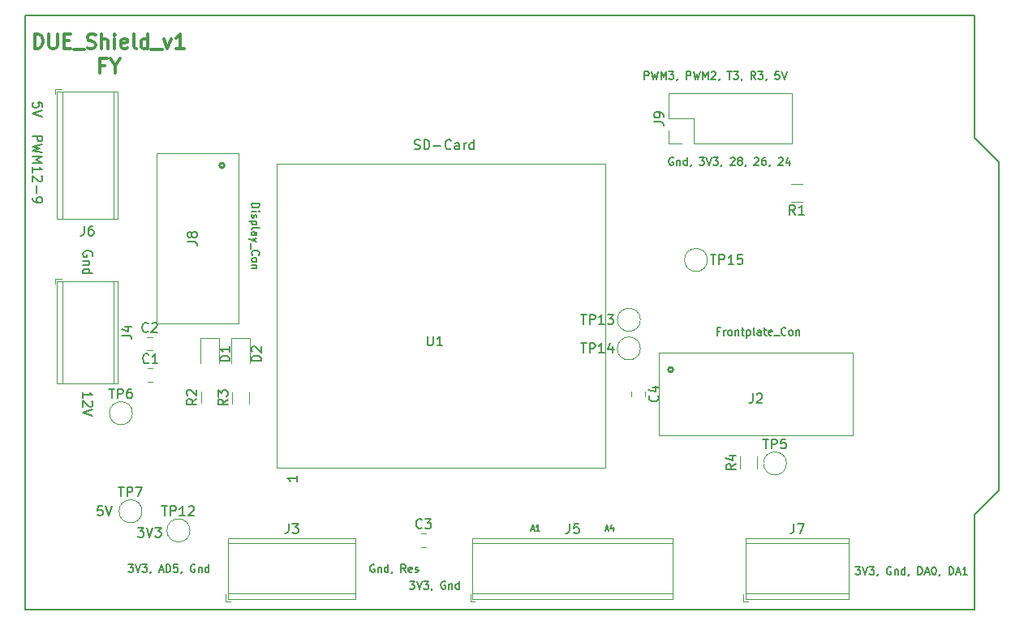
<source format=gbr>
%TF.GenerationSoftware,KiCad,Pcbnew,(5.1.6)-1*%
%TF.CreationDate,2021-10-14T14:48:08+02:00*%
%TF.ProjectId,DUE_Shield_v1,4455455f-5368-4696-956c-645f76312e6b,rev?*%
%TF.SameCoordinates,PX6296c50PY7c37510*%
%TF.FileFunction,Legend,Top*%
%TF.FilePolarity,Positive*%
%FSLAX46Y46*%
G04 Gerber Fmt 4.6, Leading zero omitted, Abs format (unit mm)*
G04 Created by KiCad (PCBNEW (5.1.6)-1) date 2021-10-14 14:48:08*
%MOMM*%
%LPD*%
G01*
G04 APERTURE LIST*
%ADD10C,0.150000*%
%ADD11C,0.300000*%
%TA.AperFunction,Profile*%
%ADD12C,0.150000*%
%TD*%
%ADD13C,0.120000*%
%ADD14C,0.250000*%
G04 APERTURE END LIST*
D10*
X60571428Y8400000D02*
X60857142Y8400000D01*
X60514285Y8228572D02*
X60714285Y8828572D01*
X60914285Y8228572D01*
X61371428Y8628572D02*
X61371428Y8228572D01*
X61228571Y8857143D02*
X61085714Y8428572D01*
X61457142Y8428572D01*
X52821428Y8400000D02*
X53107142Y8400000D01*
X52764285Y8228572D02*
X52964285Y8828572D01*
X53164285Y8228572D01*
X53678571Y8228572D02*
X53335714Y8228572D01*
X53507142Y8228572D02*
X53507142Y8828572D01*
X53450000Y8742858D01*
X53392857Y8685715D01*
X53335714Y8657143D01*
X40630952Y48095239D02*
X40773809Y48047620D01*
X41011904Y48047620D01*
X41107142Y48095239D01*
X41154761Y48142858D01*
X41202380Y48238096D01*
X41202380Y48333334D01*
X41154761Y48428572D01*
X41107142Y48476191D01*
X41011904Y48523810D01*
X40821428Y48571429D01*
X40726190Y48619048D01*
X40678571Y48666667D01*
X40630952Y48761905D01*
X40630952Y48857143D01*
X40678571Y48952381D01*
X40726190Y49000000D01*
X40821428Y49047620D01*
X41059523Y49047620D01*
X41202380Y49000000D01*
X41630952Y48047620D02*
X41630952Y49047620D01*
X41869047Y49047620D01*
X42011904Y49000000D01*
X42107142Y48904762D01*
X42154761Y48809524D01*
X42202380Y48619048D01*
X42202380Y48476191D01*
X42154761Y48285715D01*
X42107142Y48190477D01*
X42011904Y48095239D01*
X41869047Y48047620D01*
X41630952Y48047620D01*
X42630952Y48428572D02*
X43392857Y48428572D01*
X44440476Y48142858D02*
X44392857Y48095239D01*
X44250000Y48047620D01*
X44154761Y48047620D01*
X44011904Y48095239D01*
X43916666Y48190477D01*
X43869047Y48285715D01*
X43821428Y48476191D01*
X43821428Y48619048D01*
X43869047Y48809524D01*
X43916666Y48904762D01*
X44011904Y49000000D01*
X44154761Y49047620D01*
X44250000Y49047620D01*
X44392857Y49000000D01*
X44440476Y48952381D01*
X45297619Y48047620D02*
X45297619Y48571429D01*
X45250000Y48666667D01*
X45154761Y48714286D01*
X44964285Y48714286D01*
X44869047Y48666667D01*
X45297619Y48095239D02*
X45202380Y48047620D01*
X44964285Y48047620D01*
X44869047Y48095239D01*
X44821428Y48190477D01*
X44821428Y48285715D01*
X44869047Y48380953D01*
X44964285Y48428572D01*
X45202380Y48428572D01*
X45297619Y48476191D01*
X45773809Y48047620D02*
X45773809Y48714286D01*
X45773809Y48523810D02*
X45821428Y48619048D01*
X45869047Y48666667D01*
X45964285Y48714286D01*
X46059523Y48714286D01*
X46821428Y48047620D02*
X46821428Y49047620D01*
X46821428Y48095239D02*
X46726190Y48047620D01*
X46535714Y48047620D01*
X46440476Y48095239D01*
X46392857Y48142858D01*
X46345238Y48238096D01*
X46345238Y48523810D01*
X46392857Y48619048D01*
X46440476Y48666667D01*
X46535714Y48714286D01*
X46726190Y48714286D01*
X46821428Y48666667D01*
X11761904Y8547620D02*
X12380952Y8547620D01*
X12047619Y8166667D01*
X12190476Y8166667D01*
X12285714Y8119048D01*
X12333333Y8071429D01*
X12380952Y7976191D01*
X12380952Y7738096D01*
X12333333Y7642858D01*
X12285714Y7595239D01*
X12190476Y7547620D01*
X11904761Y7547620D01*
X11809523Y7595239D01*
X11761904Y7642858D01*
X12666666Y8547620D02*
X13000000Y7547620D01*
X13333333Y8547620D01*
X13571428Y8547620D02*
X14190476Y8547620D01*
X13857142Y8166667D01*
X14000000Y8166667D01*
X14095238Y8119048D01*
X14142857Y8071429D01*
X14190476Y7976191D01*
X14190476Y7738096D01*
X14142857Y7642858D01*
X14095238Y7595239D01*
X14000000Y7547620D01*
X13714285Y7547620D01*
X13619047Y7595239D01*
X13571428Y7642858D01*
X8059523Y10797620D02*
X7583333Y10797620D01*
X7535714Y10321429D01*
X7583333Y10369048D01*
X7678571Y10416667D01*
X7916666Y10416667D01*
X8011904Y10369048D01*
X8059523Y10321429D01*
X8107142Y10226191D01*
X8107142Y9988096D01*
X8059523Y9892858D01*
X8011904Y9845239D01*
X7916666Y9797620D01*
X7678571Y9797620D01*
X7583333Y9845239D01*
X7535714Y9892858D01*
X8392857Y10797620D02*
X8726190Y9797620D01*
X9059523Y10797620D01*
X23638095Y42390477D02*
X24438095Y42390477D01*
X24438095Y42200000D01*
X24400000Y42085715D01*
X24323809Y42009524D01*
X24247619Y41971429D01*
X24095238Y41933334D01*
X23980952Y41933334D01*
X23828571Y41971429D01*
X23752380Y42009524D01*
X23676190Y42085715D01*
X23638095Y42200000D01*
X23638095Y42390477D01*
X23638095Y41590477D02*
X24171428Y41590477D01*
X24438095Y41590477D02*
X24400000Y41628572D01*
X24361904Y41590477D01*
X24400000Y41552381D01*
X24438095Y41590477D01*
X24361904Y41590477D01*
X23676190Y41247620D02*
X23638095Y41171429D01*
X23638095Y41019048D01*
X23676190Y40942858D01*
X23752380Y40904762D01*
X23790476Y40904762D01*
X23866666Y40942858D01*
X23904761Y41019048D01*
X23904761Y41133334D01*
X23942857Y41209524D01*
X24019047Y41247620D01*
X24057142Y41247620D01*
X24133333Y41209524D01*
X24171428Y41133334D01*
X24171428Y41019048D01*
X24133333Y40942858D01*
X24171428Y40561905D02*
X23371428Y40561905D01*
X24133333Y40561905D02*
X24171428Y40485715D01*
X24171428Y40333334D01*
X24133333Y40257143D01*
X24095238Y40219048D01*
X24019047Y40180953D01*
X23790476Y40180953D01*
X23714285Y40219048D01*
X23676190Y40257143D01*
X23638095Y40333334D01*
X23638095Y40485715D01*
X23676190Y40561905D01*
X23638095Y39723810D02*
X23676190Y39800000D01*
X23752380Y39838096D01*
X24438095Y39838096D01*
X23638095Y39076191D02*
X24057142Y39076191D01*
X24133333Y39114286D01*
X24171428Y39190477D01*
X24171428Y39342858D01*
X24133333Y39419048D01*
X23676190Y39076191D02*
X23638095Y39152381D01*
X23638095Y39342858D01*
X23676190Y39419048D01*
X23752380Y39457143D01*
X23828571Y39457143D01*
X23904761Y39419048D01*
X23942857Y39342858D01*
X23942857Y39152381D01*
X23980952Y39076191D01*
X24171428Y38771429D02*
X23638095Y38580953D01*
X24171428Y38390477D02*
X23638095Y38580953D01*
X23447619Y38657143D01*
X23409523Y38695239D01*
X23371428Y38771429D01*
X23561904Y38276191D02*
X23561904Y37666667D01*
X23714285Y37019048D02*
X23676190Y37057143D01*
X23638095Y37171429D01*
X23638095Y37247620D01*
X23676190Y37361905D01*
X23752380Y37438096D01*
X23828571Y37476191D01*
X23980952Y37514286D01*
X24095238Y37514286D01*
X24247619Y37476191D01*
X24323809Y37438096D01*
X24400000Y37361905D01*
X24438095Y37247620D01*
X24438095Y37171429D01*
X24400000Y37057143D01*
X24361904Y37019048D01*
X23638095Y36561905D02*
X23676190Y36638096D01*
X23714285Y36676191D01*
X23790476Y36714286D01*
X24019047Y36714286D01*
X24095238Y36676191D01*
X24133333Y36638096D01*
X24171428Y36561905D01*
X24171428Y36447620D01*
X24133333Y36371429D01*
X24095238Y36333334D01*
X24019047Y36295239D01*
X23790476Y36295239D01*
X23714285Y36333334D01*
X23676190Y36371429D01*
X23638095Y36447620D01*
X23638095Y36561905D01*
X24171428Y35952381D02*
X23638095Y35952381D01*
X24095238Y35952381D02*
X24133333Y35914286D01*
X24171428Y35838096D01*
X24171428Y35723810D01*
X24133333Y35647620D01*
X24057142Y35609524D01*
X23638095Y35609524D01*
X72480952Y29057143D02*
X72214285Y29057143D01*
X72214285Y28638096D02*
X72214285Y29438096D01*
X72595238Y29438096D01*
X72900000Y28638096D02*
X72900000Y29171429D01*
X72900000Y29019048D02*
X72938095Y29095239D01*
X72976190Y29133334D01*
X73052380Y29171429D01*
X73128571Y29171429D01*
X73509523Y28638096D02*
X73433333Y28676191D01*
X73395238Y28714286D01*
X73357142Y28790477D01*
X73357142Y29019048D01*
X73395238Y29095239D01*
X73433333Y29133334D01*
X73509523Y29171429D01*
X73623809Y29171429D01*
X73700000Y29133334D01*
X73738095Y29095239D01*
X73776190Y29019048D01*
X73776190Y28790477D01*
X73738095Y28714286D01*
X73700000Y28676191D01*
X73623809Y28638096D01*
X73509523Y28638096D01*
X74119047Y29171429D02*
X74119047Y28638096D01*
X74119047Y29095239D02*
X74157142Y29133334D01*
X74233333Y29171429D01*
X74347619Y29171429D01*
X74423809Y29133334D01*
X74461904Y29057143D01*
X74461904Y28638096D01*
X74728571Y29171429D02*
X75033333Y29171429D01*
X74842857Y29438096D02*
X74842857Y28752381D01*
X74880952Y28676191D01*
X74957142Y28638096D01*
X75033333Y28638096D01*
X75300000Y29171429D02*
X75300000Y28371429D01*
X75300000Y29133334D02*
X75376190Y29171429D01*
X75528571Y29171429D01*
X75604761Y29133334D01*
X75642857Y29095239D01*
X75680952Y29019048D01*
X75680952Y28790477D01*
X75642857Y28714286D01*
X75604761Y28676191D01*
X75528571Y28638096D01*
X75376190Y28638096D01*
X75300000Y28676191D01*
X76138095Y28638096D02*
X76061904Y28676191D01*
X76023809Y28752381D01*
X76023809Y29438096D01*
X76785714Y28638096D02*
X76785714Y29057143D01*
X76747619Y29133334D01*
X76671428Y29171429D01*
X76519047Y29171429D01*
X76442857Y29133334D01*
X76785714Y28676191D02*
X76709523Y28638096D01*
X76519047Y28638096D01*
X76442857Y28676191D01*
X76404761Y28752381D01*
X76404761Y28828572D01*
X76442857Y28904762D01*
X76519047Y28942858D01*
X76709523Y28942858D01*
X76785714Y28980953D01*
X77052380Y29171429D02*
X77357142Y29171429D01*
X77166666Y29438096D02*
X77166666Y28752381D01*
X77204761Y28676191D01*
X77280952Y28638096D01*
X77357142Y28638096D01*
X77928571Y28676191D02*
X77852380Y28638096D01*
X77700000Y28638096D01*
X77623809Y28676191D01*
X77585714Y28752381D01*
X77585714Y29057143D01*
X77623809Y29133334D01*
X77700000Y29171429D01*
X77852380Y29171429D01*
X77928571Y29133334D01*
X77966666Y29057143D01*
X77966666Y28980953D01*
X77585714Y28904762D01*
X78119047Y28561905D02*
X78728571Y28561905D01*
X79376190Y28714286D02*
X79338095Y28676191D01*
X79223809Y28638096D01*
X79147619Y28638096D01*
X79033333Y28676191D01*
X78957142Y28752381D01*
X78919047Y28828572D01*
X78880952Y28980953D01*
X78880952Y29095239D01*
X78919047Y29247620D01*
X78957142Y29323810D01*
X79033333Y29400000D01*
X79147619Y29438096D01*
X79223809Y29438096D01*
X79338095Y29400000D01*
X79376190Y29361905D01*
X79833333Y28638096D02*
X79757142Y28676191D01*
X79719047Y28714286D01*
X79680952Y28790477D01*
X79680952Y29019048D01*
X79719047Y29095239D01*
X79757142Y29133334D01*
X79833333Y29171429D01*
X79947619Y29171429D01*
X80023809Y29133334D01*
X80061904Y29095239D01*
X80100000Y29019048D01*
X80100000Y28790477D01*
X80061904Y28714286D01*
X80023809Y28676191D01*
X79947619Y28638096D01*
X79833333Y28638096D01*
X80442857Y29171429D02*
X80442857Y28638096D01*
X80442857Y29095239D02*
X80480952Y29133334D01*
X80557142Y29171429D01*
X80671428Y29171429D01*
X80747619Y29133334D01*
X80785714Y29057143D01*
X80785714Y28638096D01*
X64628571Y55388096D02*
X64628571Y56188096D01*
X64933333Y56188096D01*
X65009523Y56150000D01*
X65047619Y56111905D01*
X65085714Y56035715D01*
X65085714Y55921429D01*
X65047619Y55845239D01*
X65009523Y55807143D01*
X64933333Y55769048D01*
X64628571Y55769048D01*
X65352380Y56188096D02*
X65542857Y55388096D01*
X65695238Y55959524D01*
X65847619Y55388096D01*
X66038095Y56188096D01*
X66342857Y55388096D02*
X66342857Y56188096D01*
X66609523Y55616667D01*
X66876190Y56188096D01*
X66876190Y55388096D01*
X67180952Y56188096D02*
X67676190Y56188096D01*
X67409523Y55883334D01*
X67523809Y55883334D01*
X67600000Y55845239D01*
X67638095Y55807143D01*
X67676190Y55730953D01*
X67676190Y55540477D01*
X67638095Y55464286D01*
X67600000Y55426191D01*
X67523809Y55388096D01*
X67295238Y55388096D01*
X67219047Y55426191D01*
X67180952Y55464286D01*
X68057142Y55426191D02*
X68057142Y55388096D01*
X68019047Y55311905D01*
X67980952Y55273810D01*
X69009523Y55388096D02*
X69009523Y56188096D01*
X69314285Y56188096D01*
X69390476Y56150000D01*
X69428571Y56111905D01*
X69466666Y56035715D01*
X69466666Y55921429D01*
X69428571Y55845239D01*
X69390476Y55807143D01*
X69314285Y55769048D01*
X69009523Y55769048D01*
X69733333Y56188096D02*
X69923809Y55388096D01*
X70076190Y55959524D01*
X70228571Y55388096D01*
X70419047Y56188096D01*
X70723809Y55388096D02*
X70723809Y56188096D01*
X70990476Y55616667D01*
X71257142Y56188096D01*
X71257142Y55388096D01*
X71600000Y56111905D02*
X71638095Y56150000D01*
X71714285Y56188096D01*
X71904761Y56188096D01*
X71980952Y56150000D01*
X72019047Y56111905D01*
X72057142Y56035715D01*
X72057142Y55959524D01*
X72019047Y55845239D01*
X71561904Y55388096D01*
X72057142Y55388096D01*
X72438095Y55426191D02*
X72438095Y55388096D01*
X72400000Y55311905D01*
X72361904Y55273810D01*
X73276190Y56188096D02*
X73733333Y56188096D01*
X73504761Y55388096D02*
X73504761Y56188096D01*
X73923809Y56188096D02*
X74419047Y56188096D01*
X74152380Y55883334D01*
X74266666Y55883334D01*
X74342857Y55845239D01*
X74380952Y55807143D01*
X74419047Y55730953D01*
X74419047Y55540477D01*
X74380952Y55464286D01*
X74342857Y55426191D01*
X74266666Y55388096D01*
X74038095Y55388096D01*
X73961904Y55426191D01*
X73923809Y55464286D01*
X74800000Y55426191D02*
X74800000Y55388096D01*
X74761904Y55311905D01*
X74723809Y55273810D01*
X76209523Y55388096D02*
X75942857Y55769048D01*
X75752380Y55388096D02*
X75752380Y56188096D01*
X76057142Y56188096D01*
X76133333Y56150000D01*
X76171428Y56111905D01*
X76209523Y56035715D01*
X76209523Y55921429D01*
X76171428Y55845239D01*
X76133333Y55807143D01*
X76057142Y55769048D01*
X75752380Y55769048D01*
X76476190Y56188096D02*
X76971428Y56188096D01*
X76704761Y55883334D01*
X76819047Y55883334D01*
X76895238Y55845239D01*
X76933333Y55807143D01*
X76971428Y55730953D01*
X76971428Y55540477D01*
X76933333Y55464286D01*
X76895238Y55426191D01*
X76819047Y55388096D01*
X76590476Y55388096D01*
X76514285Y55426191D01*
X76476190Y55464286D01*
X77352380Y55426191D02*
X77352380Y55388096D01*
X77314285Y55311905D01*
X77276190Y55273810D01*
X78685714Y56188096D02*
X78304761Y56188096D01*
X78266666Y55807143D01*
X78304761Y55845239D01*
X78380952Y55883334D01*
X78571428Y55883334D01*
X78647619Y55845239D01*
X78685714Y55807143D01*
X78723809Y55730953D01*
X78723809Y55540477D01*
X78685714Y55464286D01*
X78647619Y55426191D01*
X78571428Y55388096D01*
X78380952Y55388096D01*
X78304761Y55426191D01*
X78266666Y55464286D01*
X78952380Y56188096D02*
X79219047Y55388096D01*
X79485714Y56188096D01*
X67614285Y47150000D02*
X67538095Y47188096D01*
X67423809Y47188096D01*
X67309523Y47150000D01*
X67233333Y47073810D01*
X67195238Y46997620D01*
X67157142Y46845239D01*
X67157142Y46730953D01*
X67195238Y46578572D01*
X67233333Y46502381D01*
X67309523Y46426191D01*
X67423809Y46388096D01*
X67500000Y46388096D01*
X67614285Y46426191D01*
X67652380Y46464286D01*
X67652380Y46730953D01*
X67500000Y46730953D01*
X67995238Y46921429D02*
X67995238Y46388096D01*
X67995238Y46845239D02*
X68033333Y46883334D01*
X68109523Y46921429D01*
X68223809Y46921429D01*
X68300000Y46883334D01*
X68338095Y46807143D01*
X68338095Y46388096D01*
X69061904Y46388096D02*
X69061904Y47188096D01*
X69061904Y46426191D02*
X68985714Y46388096D01*
X68833333Y46388096D01*
X68757142Y46426191D01*
X68719047Y46464286D01*
X68680952Y46540477D01*
X68680952Y46769048D01*
X68719047Y46845239D01*
X68757142Y46883334D01*
X68833333Y46921429D01*
X68985714Y46921429D01*
X69061904Y46883334D01*
X69480952Y46426191D02*
X69480952Y46388096D01*
X69442857Y46311905D01*
X69404761Y46273810D01*
X70357142Y47188096D02*
X70852380Y47188096D01*
X70585714Y46883334D01*
X70700000Y46883334D01*
X70776190Y46845239D01*
X70814285Y46807143D01*
X70852380Y46730953D01*
X70852380Y46540477D01*
X70814285Y46464286D01*
X70776190Y46426191D01*
X70700000Y46388096D01*
X70471428Y46388096D01*
X70395238Y46426191D01*
X70357142Y46464286D01*
X71080952Y47188096D02*
X71347619Y46388096D01*
X71614285Y47188096D01*
X71804761Y47188096D02*
X72300000Y47188096D01*
X72033333Y46883334D01*
X72147619Y46883334D01*
X72223809Y46845239D01*
X72261904Y46807143D01*
X72300000Y46730953D01*
X72300000Y46540477D01*
X72261904Y46464286D01*
X72223809Y46426191D01*
X72147619Y46388096D01*
X71919047Y46388096D01*
X71842857Y46426191D01*
X71804761Y46464286D01*
X72680952Y46426191D02*
X72680952Y46388096D01*
X72642857Y46311905D01*
X72604761Y46273810D01*
X73595238Y47111905D02*
X73633333Y47150000D01*
X73709523Y47188096D01*
X73900000Y47188096D01*
X73976190Y47150000D01*
X74014285Y47111905D01*
X74052380Y47035715D01*
X74052380Y46959524D01*
X74014285Y46845239D01*
X73557142Y46388096D01*
X74052380Y46388096D01*
X74509523Y46845239D02*
X74433333Y46883334D01*
X74395238Y46921429D01*
X74357142Y46997620D01*
X74357142Y47035715D01*
X74395238Y47111905D01*
X74433333Y47150000D01*
X74509523Y47188096D01*
X74661904Y47188096D01*
X74738095Y47150000D01*
X74776190Y47111905D01*
X74814285Y47035715D01*
X74814285Y46997620D01*
X74776190Y46921429D01*
X74738095Y46883334D01*
X74661904Y46845239D01*
X74509523Y46845239D01*
X74433333Y46807143D01*
X74395238Y46769048D01*
X74357142Y46692858D01*
X74357142Y46540477D01*
X74395238Y46464286D01*
X74433333Y46426191D01*
X74509523Y46388096D01*
X74661904Y46388096D01*
X74738095Y46426191D01*
X74776190Y46464286D01*
X74814285Y46540477D01*
X74814285Y46692858D01*
X74776190Y46769048D01*
X74738095Y46807143D01*
X74661904Y46845239D01*
X75195238Y46426191D02*
X75195238Y46388096D01*
X75157142Y46311905D01*
X75119047Y46273810D01*
X76109523Y47111905D02*
X76147619Y47150000D01*
X76223809Y47188096D01*
X76414285Y47188096D01*
X76490476Y47150000D01*
X76528571Y47111905D01*
X76566666Y47035715D01*
X76566666Y46959524D01*
X76528571Y46845239D01*
X76071428Y46388096D01*
X76566666Y46388096D01*
X77252380Y47188096D02*
X77100000Y47188096D01*
X77023809Y47150000D01*
X76985714Y47111905D01*
X76909523Y46997620D01*
X76871428Y46845239D01*
X76871428Y46540477D01*
X76909523Y46464286D01*
X76947619Y46426191D01*
X77023809Y46388096D01*
X77176190Y46388096D01*
X77252380Y46426191D01*
X77290476Y46464286D01*
X77328571Y46540477D01*
X77328571Y46730953D01*
X77290476Y46807143D01*
X77252380Y46845239D01*
X77176190Y46883334D01*
X77023809Y46883334D01*
X76947619Y46845239D01*
X76909523Y46807143D01*
X76871428Y46730953D01*
X77709523Y46426191D02*
X77709523Y46388096D01*
X77671428Y46311905D01*
X77633333Y46273810D01*
X78623809Y47111905D02*
X78661904Y47150000D01*
X78738095Y47188096D01*
X78928571Y47188096D01*
X79004761Y47150000D01*
X79042857Y47111905D01*
X79080952Y47035715D01*
X79080952Y46959524D01*
X79042857Y46845239D01*
X78585714Y46388096D01*
X79080952Y46388096D01*
X79766666Y46921429D02*
X79766666Y46388096D01*
X79576190Y47226191D02*
X79385714Y46654762D01*
X79880952Y46654762D01*
X86652380Y4438096D02*
X87147619Y4438096D01*
X86880952Y4133334D01*
X86995238Y4133334D01*
X87071428Y4095239D01*
X87109523Y4057143D01*
X87147619Y3980953D01*
X87147619Y3790477D01*
X87109523Y3714286D01*
X87071428Y3676191D01*
X86995238Y3638096D01*
X86766666Y3638096D01*
X86690476Y3676191D01*
X86652380Y3714286D01*
X87376190Y4438096D02*
X87642857Y3638096D01*
X87909523Y4438096D01*
X88100000Y4438096D02*
X88595238Y4438096D01*
X88328571Y4133334D01*
X88442857Y4133334D01*
X88519047Y4095239D01*
X88557142Y4057143D01*
X88595238Y3980953D01*
X88595238Y3790477D01*
X88557142Y3714286D01*
X88519047Y3676191D01*
X88442857Y3638096D01*
X88214285Y3638096D01*
X88138095Y3676191D01*
X88100000Y3714286D01*
X88976190Y3676191D02*
X88976190Y3638096D01*
X88938095Y3561905D01*
X88900000Y3523810D01*
X90347619Y4400000D02*
X90271428Y4438096D01*
X90157142Y4438096D01*
X90042857Y4400000D01*
X89966666Y4323810D01*
X89928571Y4247620D01*
X89890476Y4095239D01*
X89890476Y3980953D01*
X89928571Y3828572D01*
X89966666Y3752381D01*
X90042857Y3676191D01*
X90157142Y3638096D01*
X90233333Y3638096D01*
X90347619Y3676191D01*
X90385714Y3714286D01*
X90385714Y3980953D01*
X90233333Y3980953D01*
X90728571Y4171429D02*
X90728571Y3638096D01*
X90728571Y4095239D02*
X90766666Y4133334D01*
X90842857Y4171429D01*
X90957142Y4171429D01*
X91033333Y4133334D01*
X91071428Y4057143D01*
X91071428Y3638096D01*
X91795238Y3638096D02*
X91795238Y4438096D01*
X91795238Y3676191D02*
X91719047Y3638096D01*
X91566666Y3638096D01*
X91490476Y3676191D01*
X91452380Y3714286D01*
X91414285Y3790477D01*
X91414285Y4019048D01*
X91452380Y4095239D01*
X91490476Y4133334D01*
X91566666Y4171429D01*
X91719047Y4171429D01*
X91795238Y4133334D01*
X92214285Y3676191D02*
X92214285Y3638096D01*
X92176190Y3561905D01*
X92138095Y3523810D01*
X93166666Y3638096D02*
X93166666Y4438096D01*
X93357142Y4438096D01*
X93471428Y4400000D01*
X93547619Y4323810D01*
X93585714Y4247620D01*
X93623809Y4095239D01*
X93623809Y3980953D01*
X93585714Y3828572D01*
X93547619Y3752381D01*
X93471428Y3676191D01*
X93357142Y3638096D01*
X93166666Y3638096D01*
X93928571Y3866667D02*
X94309523Y3866667D01*
X93852380Y3638096D02*
X94119047Y4438096D01*
X94385714Y3638096D01*
X94804761Y4438096D02*
X94880952Y4438096D01*
X94957142Y4400000D01*
X94995238Y4361905D01*
X95033333Y4285715D01*
X95071428Y4133334D01*
X95071428Y3942858D01*
X95033333Y3790477D01*
X94995238Y3714286D01*
X94957142Y3676191D01*
X94880952Y3638096D01*
X94804761Y3638096D01*
X94728571Y3676191D01*
X94690476Y3714286D01*
X94652380Y3790477D01*
X94614285Y3942858D01*
X94614285Y4133334D01*
X94652380Y4285715D01*
X94690476Y4361905D01*
X94728571Y4400000D01*
X94804761Y4438096D01*
X95452380Y3676191D02*
X95452380Y3638096D01*
X95414285Y3561905D01*
X95376190Y3523810D01*
X96404761Y3638096D02*
X96404761Y4438096D01*
X96595238Y4438096D01*
X96709523Y4400000D01*
X96785714Y4323810D01*
X96823809Y4247620D01*
X96861904Y4095239D01*
X96861904Y3980953D01*
X96823809Y3828572D01*
X96785714Y3752381D01*
X96709523Y3676191D01*
X96595238Y3638096D01*
X96404761Y3638096D01*
X97166666Y3866667D02*
X97547619Y3866667D01*
X97090476Y3638096D02*
X97357142Y4438096D01*
X97623809Y3638096D01*
X98309523Y3638096D02*
X97852380Y3638096D01*
X98080952Y3638096D02*
X98080952Y4438096D01*
X98004761Y4323810D01*
X97928571Y4247620D01*
X97852380Y4209524D01*
X40140476Y2938096D02*
X40635714Y2938096D01*
X40369047Y2633334D01*
X40483333Y2633334D01*
X40559523Y2595239D01*
X40597619Y2557143D01*
X40635714Y2480953D01*
X40635714Y2290477D01*
X40597619Y2214286D01*
X40559523Y2176191D01*
X40483333Y2138096D01*
X40254761Y2138096D01*
X40178571Y2176191D01*
X40140476Y2214286D01*
X40864285Y2938096D02*
X41130952Y2138096D01*
X41397619Y2938096D01*
X41588095Y2938096D02*
X42083333Y2938096D01*
X41816666Y2633334D01*
X41930952Y2633334D01*
X42007142Y2595239D01*
X42045238Y2557143D01*
X42083333Y2480953D01*
X42083333Y2290477D01*
X42045238Y2214286D01*
X42007142Y2176191D01*
X41930952Y2138096D01*
X41702380Y2138096D01*
X41626190Y2176191D01*
X41588095Y2214286D01*
X42464285Y2176191D02*
X42464285Y2138096D01*
X42426190Y2061905D01*
X42388095Y2023810D01*
X43835714Y2900000D02*
X43759523Y2938096D01*
X43645238Y2938096D01*
X43530952Y2900000D01*
X43454761Y2823810D01*
X43416666Y2747620D01*
X43378571Y2595239D01*
X43378571Y2480953D01*
X43416666Y2328572D01*
X43454761Y2252381D01*
X43530952Y2176191D01*
X43645238Y2138096D01*
X43721428Y2138096D01*
X43835714Y2176191D01*
X43873809Y2214286D01*
X43873809Y2480953D01*
X43721428Y2480953D01*
X44216666Y2671429D02*
X44216666Y2138096D01*
X44216666Y2595239D02*
X44254761Y2633334D01*
X44330952Y2671429D01*
X44445238Y2671429D01*
X44521428Y2633334D01*
X44559523Y2557143D01*
X44559523Y2138096D01*
X45283333Y2138096D02*
X45283333Y2938096D01*
X45283333Y2176191D02*
X45207142Y2138096D01*
X45054761Y2138096D01*
X44978571Y2176191D01*
X44940476Y2214286D01*
X44902380Y2290477D01*
X44902380Y2519048D01*
X44940476Y2595239D01*
X44978571Y2633334D01*
X45054761Y2671429D01*
X45207142Y2671429D01*
X45283333Y2633334D01*
X10771428Y4688096D02*
X11266666Y4688096D01*
X11000000Y4383334D01*
X11114285Y4383334D01*
X11190476Y4345239D01*
X11228571Y4307143D01*
X11266666Y4230953D01*
X11266666Y4040477D01*
X11228571Y3964286D01*
X11190476Y3926191D01*
X11114285Y3888096D01*
X10885714Y3888096D01*
X10809523Y3926191D01*
X10771428Y3964286D01*
X11495238Y4688096D02*
X11761904Y3888096D01*
X12028571Y4688096D01*
X12219047Y4688096D02*
X12714285Y4688096D01*
X12447619Y4383334D01*
X12561904Y4383334D01*
X12638095Y4345239D01*
X12676190Y4307143D01*
X12714285Y4230953D01*
X12714285Y4040477D01*
X12676190Y3964286D01*
X12638095Y3926191D01*
X12561904Y3888096D01*
X12333333Y3888096D01*
X12257142Y3926191D01*
X12219047Y3964286D01*
X13095238Y3926191D02*
X13095238Y3888096D01*
X13057142Y3811905D01*
X13019047Y3773810D01*
X14009523Y4116667D02*
X14390476Y4116667D01*
X13933333Y3888096D02*
X14200000Y4688096D01*
X14466666Y3888096D01*
X14733333Y3888096D02*
X14733333Y4688096D01*
X14923809Y4688096D01*
X15038095Y4650000D01*
X15114285Y4573810D01*
X15152380Y4497620D01*
X15190476Y4345239D01*
X15190476Y4230953D01*
X15152380Y4078572D01*
X15114285Y4002381D01*
X15038095Y3926191D01*
X14923809Y3888096D01*
X14733333Y3888096D01*
X15914285Y4688096D02*
X15533333Y4688096D01*
X15495238Y4307143D01*
X15533333Y4345239D01*
X15609523Y4383334D01*
X15800000Y4383334D01*
X15876190Y4345239D01*
X15914285Y4307143D01*
X15952380Y4230953D01*
X15952380Y4040477D01*
X15914285Y3964286D01*
X15876190Y3926191D01*
X15800000Y3888096D01*
X15609523Y3888096D01*
X15533333Y3926191D01*
X15495238Y3964286D01*
X16333333Y3926191D02*
X16333333Y3888096D01*
X16295238Y3811905D01*
X16257142Y3773810D01*
X17704761Y4650000D02*
X17628571Y4688096D01*
X17514285Y4688096D01*
X17400000Y4650000D01*
X17323809Y4573810D01*
X17285714Y4497620D01*
X17247619Y4345239D01*
X17247619Y4230953D01*
X17285714Y4078572D01*
X17323809Y4002381D01*
X17400000Y3926191D01*
X17514285Y3888096D01*
X17590476Y3888096D01*
X17704761Y3926191D01*
X17742857Y3964286D01*
X17742857Y4230953D01*
X17590476Y4230953D01*
X18085714Y4421429D02*
X18085714Y3888096D01*
X18085714Y4345239D02*
X18123809Y4383334D01*
X18200000Y4421429D01*
X18314285Y4421429D01*
X18390476Y4383334D01*
X18428571Y4307143D01*
X18428571Y3888096D01*
X19152380Y3888096D02*
X19152380Y4688096D01*
X19152380Y3926191D02*
X19076190Y3888096D01*
X18923809Y3888096D01*
X18847619Y3926191D01*
X18809523Y3964286D01*
X18771428Y4040477D01*
X18771428Y4269048D01*
X18809523Y4345239D01*
X18847619Y4383334D01*
X18923809Y4421429D01*
X19076190Y4421429D01*
X19152380Y4383334D01*
X36423809Y4650000D02*
X36347619Y4688096D01*
X36233333Y4688096D01*
X36119047Y4650000D01*
X36042857Y4573810D01*
X36004761Y4497620D01*
X35966666Y4345239D01*
X35966666Y4230953D01*
X36004761Y4078572D01*
X36042857Y4002381D01*
X36119047Y3926191D01*
X36233333Y3888096D01*
X36309523Y3888096D01*
X36423809Y3926191D01*
X36461904Y3964286D01*
X36461904Y4230953D01*
X36309523Y4230953D01*
X36804761Y4421429D02*
X36804761Y3888096D01*
X36804761Y4345239D02*
X36842857Y4383334D01*
X36919047Y4421429D01*
X37033333Y4421429D01*
X37109523Y4383334D01*
X37147619Y4307143D01*
X37147619Y3888096D01*
X37871428Y3888096D02*
X37871428Y4688096D01*
X37871428Y3926191D02*
X37795238Y3888096D01*
X37642857Y3888096D01*
X37566666Y3926191D01*
X37528571Y3964286D01*
X37490476Y4040477D01*
X37490476Y4269048D01*
X37528571Y4345239D01*
X37566666Y4383334D01*
X37642857Y4421429D01*
X37795238Y4421429D01*
X37871428Y4383334D01*
X38290476Y3926191D02*
X38290476Y3888096D01*
X38252380Y3811905D01*
X38214285Y3773810D01*
X39700000Y3888096D02*
X39433333Y4269048D01*
X39242857Y3888096D02*
X39242857Y4688096D01*
X39547619Y4688096D01*
X39623809Y4650000D01*
X39661904Y4611905D01*
X39700000Y4535715D01*
X39700000Y4421429D01*
X39661904Y4345239D01*
X39623809Y4307143D01*
X39547619Y4269048D01*
X39242857Y4269048D01*
X40347619Y3926191D02*
X40271428Y3888096D01*
X40119047Y3888096D01*
X40042857Y3926191D01*
X40004761Y4002381D01*
X40004761Y4307143D01*
X40042857Y4383334D01*
X40119047Y4421429D01*
X40271428Y4421429D01*
X40347619Y4383334D01*
X40385714Y4307143D01*
X40385714Y4230953D01*
X40004761Y4154762D01*
X40690476Y3926191D02*
X40766666Y3888096D01*
X40919047Y3888096D01*
X40995238Y3926191D01*
X41033333Y4002381D01*
X41033333Y4040477D01*
X40995238Y4116667D01*
X40919047Y4154762D01*
X40804761Y4154762D01*
X40728571Y4192858D01*
X40690476Y4269048D01*
X40690476Y4307143D01*
X40728571Y4383334D01*
X40804761Y4421429D01*
X40919047Y4421429D01*
X40995238Y4383334D01*
X6047619Y22119048D02*
X6047619Y22690477D01*
X6047619Y22404762D02*
X7047619Y22404762D01*
X6904761Y22500000D01*
X6809523Y22595239D01*
X6761904Y22690477D01*
X6952380Y21738096D02*
X7000000Y21690477D01*
X7047619Y21595239D01*
X7047619Y21357143D01*
X7000000Y21261905D01*
X6952380Y21214286D01*
X6857142Y21166667D01*
X6761904Y21166667D01*
X6619047Y21214286D01*
X6047619Y21785715D01*
X6047619Y21166667D01*
X7047619Y20880953D02*
X6047619Y20547620D01*
X7047619Y20214286D01*
X7000000Y36892858D02*
X7047619Y36988096D01*
X7047619Y37130953D01*
X7000000Y37273810D01*
X6904761Y37369048D01*
X6809523Y37416667D01*
X6619047Y37464286D01*
X6476190Y37464286D01*
X6285714Y37416667D01*
X6190476Y37369048D01*
X6095238Y37273810D01*
X6047619Y37130953D01*
X6047619Y37035715D01*
X6095238Y36892858D01*
X6142857Y36845239D01*
X6476190Y36845239D01*
X6476190Y37035715D01*
X6714285Y36416667D02*
X6047619Y36416667D01*
X6619047Y36416667D02*
X6666666Y36369048D01*
X6714285Y36273810D01*
X6714285Y36130953D01*
X6666666Y36035715D01*
X6571428Y35988096D01*
X6047619Y35988096D01*
X6047619Y35083334D02*
X7047619Y35083334D01*
X6095238Y35083334D02*
X6047619Y35178572D01*
X6047619Y35369048D01*
X6095238Y35464286D01*
X6142857Y35511905D01*
X6238095Y35559524D01*
X6523809Y35559524D01*
X6619047Y35511905D01*
X6666666Y35464286D01*
X6714285Y35369048D01*
X6714285Y35178572D01*
X6666666Y35083334D01*
X797619Y49452381D02*
X1797619Y49452381D01*
X1797619Y49071429D01*
X1750000Y48976191D01*
X1702380Y48928572D01*
X1607142Y48880953D01*
X1464285Y48880953D01*
X1369047Y48928572D01*
X1321428Y48976191D01*
X1273809Y49071429D01*
X1273809Y49452381D01*
X1797619Y48547620D02*
X797619Y48309524D01*
X1511904Y48119048D01*
X797619Y47928572D01*
X1797619Y47690477D01*
X797619Y47309524D02*
X1797619Y47309524D01*
X1083333Y46976191D01*
X1797619Y46642858D01*
X797619Y46642858D01*
X797619Y45642858D02*
X797619Y46214286D01*
X797619Y45928572D02*
X1797619Y45928572D01*
X1654761Y46023810D01*
X1559523Y46119048D01*
X1511904Y46214286D01*
X1702380Y45261905D02*
X1750000Y45214286D01*
X1797619Y45119048D01*
X1797619Y44880953D01*
X1750000Y44785715D01*
X1702380Y44738096D01*
X1607142Y44690477D01*
X1511904Y44690477D01*
X1369047Y44738096D01*
X797619Y45309524D01*
X797619Y44690477D01*
X1178571Y44261905D02*
X1178571Y43500000D01*
X797619Y42976191D02*
X797619Y42785715D01*
X845238Y42690477D01*
X892857Y42642858D01*
X1035714Y42547620D01*
X1226190Y42500000D01*
X1607142Y42500000D01*
X1702380Y42547620D01*
X1750000Y42595239D01*
X1797619Y42690477D01*
X1797619Y42880953D01*
X1750000Y42976191D01*
X1702380Y43023810D01*
X1607142Y43071429D01*
X1369047Y43071429D01*
X1273809Y43023810D01*
X1226190Y42976191D01*
X1178571Y42880953D01*
X1178571Y42690477D01*
X1226190Y42595239D01*
X1273809Y42547620D01*
X1369047Y42500000D01*
X1797619Y52440477D02*
X1797619Y52916667D01*
X1321428Y52964286D01*
X1369047Y52916667D01*
X1416666Y52821429D01*
X1416666Y52583334D01*
X1369047Y52488096D01*
X1321428Y52440477D01*
X1226190Y52392858D01*
X988095Y52392858D01*
X892857Y52440477D01*
X845238Y52488096D01*
X797619Y52583334D01*
X797619Y52821429D01*
X845238Y52916667D01*
X892857Y52964286D01*
X1797619Y52107143D02*
X797619Y51773810D01*
X1797619Y51440477D01*
D11*
X1000000Y58596429D02*
X1000000Y60096429D01*
X1357142Y60096429D01*
X1571428Y60025000D01*
X1714285Y59882143D01*
X1785714Y59739286D01*
X1857142Y59453572D01*
X1857142Y59239286D01*
X1785714Y58953572D01*
X1714285Y58810715D01*
X1571428Y58667858D01*
X1357142Y58596429D01*
X1000000Y58596429D01*
X2500000Y60096429D02*
X2500000Y58882143D01*
X2571428Y58739286D01*
X2642857Y58667858D01*
X2785714Y58596429D01*
X3071428Y58596429D01*
X3214285Y58667858D01*
X3285714Y58739286D01*
X3357142Y58882143D01*
X3357142Y60096429D01*
X4071428Y59382143D02*
X4571428Y59382143D01*
X4785714Y58596429D02*
X4071428Y58596429D01*
X4071428Y60096429D01*
X4785714Y60096429D01*
X5071428Y58453572D02*
X6214285Y58453572D01*
X6500000Y58667858D02*
X6714285Y58596429D01*
X7071428Y58596429D01*
X7214285Y58667858D01*
X7285714Y58739286D01*
X7357142Y58882143D01*
X7357142Y59025000D01*
X7285714Y59167858D01*
X7214285Y59239286D01*
X7071428Y59310715D01*
X6785714Y59382143D01*
X6642857Y59453572D01*
X6571428Y59525000D01*
X6500000Y59667858D01*
X6500000Y59810715D01*
X6571428Y59953572D01*
X6642857Y60025000D01*
X6785714Y60096429D01*
X7142857Y60096429D01*
X7357142Y60025000D01*
X8000000Y58596429D02*
X8000000Y60096429D01*
X8642857Y58596429D02*
X8642857Y59382143D01*
X8571428Y59525000D01*
X8428571Y59596429D01*
X8214285Y59596429D01*
X8071428Y59525000D01*
X8000000Y59453572D01*
X9357142Y58596429D02*
X9357142Y59596429D01*
X9357142Y60096429D02*
X9285714Y60025000D01*
X9357142Y59953572D01*
X9428571Y60025000D01*
X9357142Y60096429D01*
X9357142Y59953572D01*
X10642857Y58667858D02*
X10500000Y58596429D01*
X10214285Y58596429D01*
X10071428Y58667858D01*
X10000000Y58810715D01*
X10000000Y59382143D01*
X10071428Y59525000D01*
X10214285Y59596429D01*
X10500000Y59596429D01*
X10642857Y59525000D01*
X10714285Y59382143D01*
X10714285Y59239286D01*
X10000000Y59096429D01*
X11571428Y58596429D02*
X11428571Y58667858D01*
X11357142Y58810715D01*
X11357142Y60096429D01*
X12785714Y58596429D02*
X12785714Y60096429D01*
X12785714Y58667858D02*
X12642857Y58596429D01*
X12357142Y58596429D01*
X12214285Y58667858D01*
X12142857Y58739286D01*
X12071428Y58882143D01*
X12071428Y59310715D01*
X12142857Y59453572D01*
X12214285Y59525000D01*
X12357142Y59596429D01*
X12642857Y59596429D01*
X12785714Y59525000D01*
X13142857Y58453572D02*
X14285714Y58453572D01*
X14500000Y59596429D02*
X14857142Y58596429D01*
X15214285Y59596429D01*
X16571428Y58596429D02*
X15714285Y58596429D01*
X16142857Y58596429D02*
X16142857Y60096429D01*
X16000000Y59882143D01*
X15857142Y59739286D01*
X15714285Y59667858D01*
X8321428Y56832143D02*
X7821428Y56832143D01*
X7821428Y56046429D02*
X7821428Y57546429D01*
X8535714Y57546429D01*
X9392857Y56760715D02*
X9392857Y56046429D01*
X8892857Y57546429D02*
X9392857Y56760715D01*
X9892857Y57546429D01*
D12*
X99060000Y9854000D02*
X99060000Y0D01*
X101600000Y12394000D02*
X99060000Y9854000D01*
X99060000Y49224000D02*
X101600000Y46684000D01*
D10*
X28392380Y13949715D02*
X28392380Y13378286D01*
X28392380Y13664000D02*
X27392380Y13664000D01*
X27535238Y13568762D01*
X27630476Y13473524D01*
X27678095Y13378286D01*
D12*
X99060000Y0D02*
X0Y0D01*
X101600000Y46684000D02*
X101600000Y12394000D01*
X99060000Y62000000D02*
X99060000Y49224000D01*
X0Y62000000D02*
X99060000Y62000000D01*
X0Y0D02*
X0Y62000000D01*
D13*
X26240000Y14800000D02*
X60530000Y14800000D01*
X26240000Y46550000D02*
X26240000Y14800000D01*
X60530000Y46550000D02*
X26240000Y46550000D01*
X60530000Y14800000D02*
X60530000Y46550000D01*
X67170000Y48670000D02*
X67170000Y50000000D01*
X68500000Y48670000D02*
X67170000Y48670000D01*
X67170000Y51270000D02*
X67170000Y53870000D01*
X69770000Y51270000D02*
X67170000Y51270000D01*
X69770000Y48670000D02*
X69770000Y51270000D01*
X67170000Y53870000D02*
X79990000Y53870000D01*
X69770000Y48670000D02*
X79990000Y48670000D01*
X79990000Y48670000D02*
X79990000Y53870000D01*
X71200000Y36500000D02*
G75*
G03*
X71200000Y36500000I-1200000J0D01*
G01*
X64200000Y27250000D02*
G75*
G03*
X64200000Y27250000I-1200000J0D01*
G01*
X64200000Y30250000D02*
G75*
G03*
X64200000Y30250000I-1200000J0D01*
G01*
X17200000Y8250000D02*
G75*
G03*
X17200000Y8250000I-1200000J0D01*
G01*
X12200000Y10250000D02*
G75*
G03*
X12200000Y10250000I-1200000J0D01*
G01*
X11200000Y20500000D02*
G75*
G03*
X11200000Y20500000I-1200000J0D01*
G01*
X79450000Y15250000D02*
G75*
G03*
X79450000Y15250000I-1200000J0D01*
G01*
X74590000Y14747936D02*
X74590000Y15952064D01*
X76410000Y14747936D02*
X76410000Y15952064D01*
X23410000Y21497936D02*
X23410000Y22702064D01*
X21590000Y21497936D02*
X21590000Y22702064D01*
X20160000Y21547936D02*
X20160000Y22752064D01*
X18340000Y21547936D02*
X18340000Y22752064D01*
X21540000Y28372500D02*
X21540000Y25687500D01*
X23460000Y28372500D02*
X21540000Y28372500D01*
X23460000Y25687500D02*
X23460000Y28372500D01*
X18290000Y28372500D02*
X18290000Y25687500D01*
X20210000Y28372500D02*
X18290000Y28372500D01*
X20210000Y25687500D02*
X20210000Y28372500D01*
X46450000Y850000D02*
X46950000Y850000D01*
X46450000Y1590000D02*
X46450000Y850000D01*
X67591000Y7410000D02*
X67591000Y1090000D01*
X46690000Y7410000D02*
X46690000Y1090000D01*
X46690000Y1090000D02*
X67591000Y1090000D01*
X46690000Y7410000D02*
X67591000Y7410000D01*
X46690000Y6950000D02*
X67591000Y6950000D01*
X46690000Y1650000D02*
X67591000Y1650000D01*
X81102064Y44410000D02*
X79897936Y44410000D01*
X81102064Y42590000D02*
X79897936Y42590000D01*
X63290000Y22758578D02*
X63290000Y22241422D01*
X64710000Y22758578D02*
X64710000Y22241422D01*
X41303922Y6540000D02*
X41821078Y6540000D01*
X41303922Y7960000D02*
X41821078Y7960000D01*
X12741422Y27040000D02*
X13258578Y27040000D01*
X12741422Y28460000D02*
X13258578Y28460000D01*
X12803922Y23790000D02*
X13321078Y23790000D01*
X12803922Y25210000D02*
X13321078Y25210000D01*
D14*
X20790000Y46370000D02*
G75*
G03*
X20790000Y46370000I-250000J0D01*
G01*
D13*
X22300000Y47650000D02*
X13700000Y47650000D01*
X13700000Y47650000D02*
X13700000Y29850000D01*
X13700000Y29850000D02*
X22300000Y29850000D01*
X22300000Y29850000D02*
X22300000Y47650000D01*
X3100000Y54300000D02*
X3100000Y53800000D01*
X3840000Y54300000D02*
X3100000Y54300000D01*
X9660000Y40780000D02*
X3340000Y40780000D01*
X9660000Y54060000D02*
X3340000Y54060000D01*
X3340000Y54060000D02*
X3340000Y40780000D01*
X9660000Y54060000D02*
X9660000Y40780000D01*
X9200000Y54060000D02*
X9200000Y40780000D01*
X3900000Y54060000D02*
X3900000Y40780000D01*
X20950000Y850000D02*
X21450000Y850000D01*
X20950000Y1590000D02*
X20950000Y850000D01*
X34470000Y7410000D02*
X34470000Y1090000D01*
X21190000Y7410000D02*
X21190000Y1090000D01*
X21190000Y1090000D02*
X34470000Y1090000D01*
X21190000Y7410000D02*
X34470000Y7410000D01*
X21190000Y6950000D02*
X34470000Y6950000D01*
X21190000Y1650000D02*
X34470000Y1650000D01*
X74950000Y850000D02*
X75450000Y850000D01*
X74950000Y1590000D02*
X74950000Y850000D01*
X85930000Y7410000D02*
X85930000Y1090000D01*
X75190000Y7410000D02*
X75190000Y1090000D01*
X75190000Y1090000D02*
X85930000Y1090000D01*
X75190000Y7410000D02*
X85930000Y7410000D01*
X75190000Y6950000D02*
X85930000Y6950000D01*
X75190000Y1650000D02*
X85930000Y1650000D01*
X3100000Y34550000D02*
X3100000Y34050000D01*
X3840000Y34550000D02*
X3100000Y34550000D01*
X9660000Y23570000D02*
X3340000Y23570000D01*
X9660000Y34310000D02*
X3340000Y34310000D01*
X3340000Y34310000D02*
X3340000Y23570000D01*
X9660000Y34310000D02*
X9660000Y23570000D01*
X9200000Y34310000D02*
X9200000Y23570000D01*
X3900000Y34310000D02*
X3900000Y23570000D01*
X86400000Y18200000D02*
X66100000Y18200000D01*
X86400000Y26800000D02*
X86400000Y18200000D01*
X66100000Y26800000D02*
X86400000Y26800000D01*
X66100000Y26800000D02*
X66100000Y18200000D01*
D14*
X67610000Y25040000D02*
G75*
G03*
X67610000Y25040000I-250000J0D01*
G01*
D10*
X41988095Y28547620D02*
X41988095Y27738096D01*
X42035714Y27642858D01*
X42083333Y27595239D01*
X42178571Y27547620D01*
X42369047Y27547620D01*
X42464285Y27595239D01*
X42511904Y27642858D01*
X42559523Y27738096D01*
X42559523Y28547620D01*
X43559523Y27547620D02*
X42988095Y27547620D01*
X43273809Y27547620D02*
X43273809Y28547620D01*
X43178571Y28404762D01*
X43083333Y28309524D01*
X42988095Y28261905D01*
X65622380Y50936667D02*
X66336666Y50936667D01*
X66479523Y50889048D01*
X66574761Y50793810D01*
X66622380Y50650953D01*
X66622380Y50555715D01*
X66622380Y51460477D02*
X66622380Y51650953D01*
X66574761Y51746191D01*
X66527142Y51793810D01*
X66384285Y51889048D01*
X66193809Y51936667D01*
X65812857Y51936667D01*
X65717619Y51889048D01*
X65670000Y51841429D01*
X65622380Y51746191D01*
X65622380Y51555715D01*
X65670000Y51460477D01*
X65717619Y51412858D01*
X65812857Y51365239D01*
X66050952Y51365239D01*
X66146190Y51412858D01*
X66193809Y51460477D01*
X66241428Y51555715D01*
X66241428Y51746191D01*
X66193809Y51841429D01*
X66146190Y51889048D01*
X66050952Y51936667D01*
X71511904Y37047620D02*
X72083333Y37047620D01*
X71797619Y36047620D02*
X71797619Y37047620D01*
X72416666Y36047620D02*
X72416666Y37047620D01*
X72797619Y37047620D01*
X72892857Y37000000D01*
X72940476Y36952381D01*
X72988095Y36857143D01*
X72988095Y36714286D01*
X72940476Y36619048D01*
X72892857Y36571429D01*
X72797619Y36523810D01*
X72416666Y36523810D01*
X73940476Y36047620D02*
X73369047Y36047620D01*
X73654761Y36047620D02*
X73654761Y37047620D01*
X73559523Y36904762D01*
X73464285Y36809524D01*
X73369047Y36761905D01*
X74845238Y37047620D02*
X74369047Y37047620D01*
X74321428Y36571429D01*
X74369047Y36619048D01*
X74464285Y36666667D01*
X74702380Y36666667D01*
X74797619Y36619048D01*
X74845238Y36571429D01*
X74892857Y36476191D01*
X74892857Y36238096D01*
X74845238Y36142858D01*
X74797619Y36095239D01*
X74702380Y36047620D01*
X74464285Y36047620D01*
X74369047Y36095239D01*
X74321428Y36142858D01*
X58011904Y27797620D02*
X58583333Y27797620D01*
X58297619Y26797620D02*
X58297619Y27797620D01*
X58916666Y26797620D02*
X58916666Y27797620D01*
X59297619Y27797620D01*
X59392857Y27750000D01*
X59440476Y27702381D01*
X59488095Y27607143D01*
X59488095Y27464286D01*
X59440476Y27369048D01*
X59392857Y27321429D01*
X59297619Y27273810D01*
X58916666Y27273810D01*
X60440476Y26797620D02*
X59869047Y26797620D01*
X60154761Y26797620D02*
X60154761Y27797620D01*
X60059523Y27654762D01*
X59964285Y27559524D01*
X59869047Y27511905D01*
X61297619Y27464286D02*
X61297619Y26797620D01*
X61059523Y27845239D02*
X60821428Y27130953D01*
X61440476Y27130953D01*
X58011904Y30797620D02*
X58583333Y30797620D01*
X58297619Y29797620D02*
X58297619Y30797620D01*
X58916666Y29797620D02*
X58916666Y30797620D01*
X59297619Y30797620D01*
X59392857Y30750000D01*
X59440476Y30702381D01*
X59488095Y30607143D01*
X59488095Y30464286D01*
X59440476Y30369048D01*
X59392857Y30321429D01*
X59297619Y30273810D01*
X58916666Y30273810D01*
X60440476Y29797620D02*
X59869047Y29797620D01*
X60154761Y29797620D02*
X60154761Y30797620D01*
X60059523Y30654762D01*
X59964285Y30559524D01*
X59869047Y30511905D01*
X60773809Y30797620D02*
X61392857Y30797620D01*
X61059523Y30416667D01*
X61202380Y30416667D01*
X61297619Y30369048D01*
X61345238Y30321429D01*
X61392857Y30226191D01*
X61392857Y29988096D01*
X61345238Y29892858D01*
X61297619Y29845239D01*
X61202380Y29797620D01*
X60916666Y29797620D01*
X60821428Y29845239D01*
X60773809Y29892858D01*
X14261904Y10795620D02*
X14833333Y10795620D01*
X14547619Y9795620D02*
X14547619Y10795620D01*
X15166666Y9795620D02*
X15166666Y10795620D01*
X15547619Y10795620D01*
X15642857Y10748000D01*
X15690476Y10700381D01*
X15738095Y10605143D01*
X15738095Y10462286D01*
X15690476Y10367048D01*
X15642857Y10319429D01*
X15547619Y10271810D01*
X15166666Y10271810D01*
X16690476Y9795620D02*
X16119047Y9795620D01*
X16404761Y9795620D02*
X16404761Y10795620D01*
X16309523Y10652762D01*
X16214285Y10557524D01*
X16119047Y10509905D01*
X17071428Y10700381D02*
X17119047Y10748000D01*
X17214285Y10795620D01*
X17452380Y10795620D01*
X17547619Y10748000D01*
X17595238Y10700381D01*
X17642857Y10605143D01*
X17642857Y10509905D01*
X17595238Y10367048D01*
X17023809Y9795620D01*
X17642857Y9795620D01*
X9738095Y12795620D02*
X10309523Y12795620D01*
X10023809Y11795620D02*
X10023809Y12795620D01*
X10642857Y11795620D02*
X10642857Y12795620D01*
X11023809Y12795620D01*
X11119047Y12748000D01*
X11166666Y12700381D01*
X11214285Y12605143D01*
X11214285Y12462286D01*
X11166666Y12367048D01*
X11119047Y12319429D01*
X11023809Y12271810D01*
X10642857Y12271810D01*
X11547619Y12795620D02*
X12214285Y12795620D01*
X11785714Y11795620D01*
X8738095Y23045620D02*
X9309523Y23045620D01*
X9023809Y22045620D02*
X9023809Y23045620D01*
X9642857Y22045620D02*
X9642857Y23045620D01*
X10023809Y23045620D01*
X10119047Y22998000D01*
X10166666Y22950381D01*
X10214285Y22855143D01*
X10214285Y22712286D01*
X10166666Y22617048D01*
X10119047Y22569429D01*
X10023809Y22521810D01*
X9642857Y22521810D01*
X11071428Y23045620D02*
X10880952Y23045620D01*
X10785714Y22998000D01*
X10738095Y22950381D01*
X10642857Y22807524D01*
X10595238Y22617048D01*
X10595238Y22236096D01*
X10642857Y22140858D01*
X10690476Y22093239D01*
X10785714Y22045620D01*
X10976190Y22045620D01*
X11071428Y22093239D01*
X11119047Y22140858D01*
X11166666Y22236096D01*
X11166666Y22474191D01*
X11119047Y22569429D01*
X11071428Y22617048D01*
X10976190Y22664667D01*
X10785714Y22664667D01*
X10690476Y22617048D01*
X10642857Y22569429D01*
X10595238Y22474191D01*
X76988095Y17795620D02*
X77559523Y17795620D01*
X77273809Y16795620D02*
X77273809Y17795620D01*
X77892857Y16795620D02*
X77892857Y17795620D01*
X78273809Y17795620D01*
X78369047Y17748000D01*
X78416666Y17700381D01*
X78464285Y17605143D01*
X78464285Y17462286D01*
X78416666Y17367048D01*
X78369047Y17319429D01*
X78273809Y17271810D01*
X77892857Y17271810D01*
X79369047Y17795620D02*
X78892857Y17795620D01*
X78845238Y17319429D01*
X78892857Y17367048D01*
X78988095Y17414667D01*
X79226190Y17414667D01*
X79321428Y17367048D01*
X79369047Y17319429D01*
X79416666Y17224191D01*
X79416666Y16986096D01*
X79369047Y16890858D01*
X79321428Y16843239D01*
X79226190Y16795620D01*
X78988095Y16795620D01*
X78892857Y16843239D01*
X78845238Y16890858D01*
X74132380Y15183334D02*
X73656190Y14850000D01*
X74132380Y14611905D02*
X73132380Y14611905D01*
X73132380Y14992858D01*
X73180000Y15088096D01*
X73227619Y15135715D01*
X73322857Y15183334D01*
X73465714Y15183334D01*
X73560952Y15135715D01*
X73608571Y15088096D01*
X73656190Y14992858D01*
X73656190Y14611905D01*
X73465714Y16040477D02*
X74132380Y16040477D01*
X73084761Y15802381D02*
X73799047Y15564286D01*
X73799047Y16183334D01*
X21132380Y21933334D02*
X20656190Y21600000D01*
X21132380Y21361905D02*
X20132380Y21361905D01*
X20132380Y21742858D01*
X20180000Y21838096D01*
X20227619Y21885715D01*
X20322857Y21933334D01*
X20465714Y21933334D01*
X20560952Y21885715D01*
X20608571Y21838096D01*
X20656190Y21742858D01*
X20656190Y21361905D01*
X20132380Y22266667D02*
X20132380Y22885715D01*
X20513333Y22552381D01*
X20513333Y22695239D01*
X20560952Y22790477D01*
X20608571Y22838096D01*
X20703809Y22885715D01*
X20941904Y22885715D01*
X21037142Y22838096D01*
X21084761Y22790477D01*
X21132380Y22695239D01*
X21132380Y22409524D01*
X21084761Y22314286D01*
X21037142Y22266667D01*
X17882380Y21983334D02*
X17406190Y21650000D01*
X17882380Y21411905D02*
X16882380Y21411905D01*
X16882380Y21792858D01*
X16930000Y21888096D01*
X16977619Y21935715D01*
X17072857Y21983334D01*
X17215714Y21983334D01*
X17310952Y21935715D01*
X17358571Y21888096D01*
X17406190Y21792858D01*
X17406190Y21411905D01*
X16977619Y22364286D02*
X16930000Y22411905D01*
X16882380Y22507143D01*
X16882380Y22745239D01*
X16930000Y22840477D01*
X16977619Y22888096D01*
X17072857Y22935715D01*
X17168095Y22935715D01*
X17310952Y22888096D01*
X17882380Y22316667D01*
X17882380Y22935715D01*
X24602380Y25949405D02*
X23602380Y25949405D01*
X23602380Y26187500D01*
X23650000Y26330358D01*
X23745238Y26425596D01*
X23840476Y26473215D01*
X24030952Y26520834D01*
X24173809Y26520834D01*
X24364285Y26473215D01*
X24459523Y26425596D01*
X24554761Y26330358D01*
X24602380Y26187500D01*
X24602380Y25949405D01*
X23697619Y26901786D02*
X23650000Y26949405D01*
X23602380Y27044643D01*
X23602380Y27282739D01*
X23650000Y27377977D01*
X23697619Y27425596D01*
X23792857Y27473215D01*
X23888095Y27473215D01*
X24030952Y27425596D01*
X24602380Y26854167D01*
X24602380Y27473215D01*
X21352380Y25949405D02*
X20352380Y25949405D01*
X20352380Y26187500D01*
X20400000Y26330358D01*
X20495238Y26425596D01*
X20590476Y26473215D01*
X20780952Y26520834D01*
X20923809Y26520834D01*
X21114285Y26473215D01*
X21209523Y26425596D01*
X21304761Y26330358D01*
X21352380Y26187500D01*
X21352380Y25949405D01*
X21352380Y27473215D02*
X21352380Y26901786D01*
X21352380Y27187500D02*
X20352380Y27187500D01*
X20495238Y27092262D01*
X20590476Y26997024D01*
X20638095Y26901786D01*
X56806666Y8957620D02*
X56806666Y8243334D01*
X56759047Y8100477D01*
X56663809Y8005239D01*
X56520952Y7957620D01*
X56425714Y7957620D01*
X57759047Y8957620D02*
X57282857Y8957620D01*
X57235238Y8481429D01*
X57282857Y8529048D01*
X57378095Y8576667D01*
X57616190Y8576667D01*
X57711428Y8529048D01*
X57759047Y8481429D01*
X57806666Y8386191D01*
X57806666Y8148096D01*
X57759047Y8052858D01*
X57711428Y8005239D01*
X57616190Y7957620D01*
X57378095Y7957620D01*
X57282857Y8005239D01*
X57235238Y8052858D01*
X80333333Y41227620D02*
X80000000Y41703810D01*
X79761904Y41227620D02*
X79761904Y42227620D01*
X80142857Y42227620D01*
X80238095Y42180000D01*
X80285714Y42132381D01*
X80333333Y42037143D01*
X80333333Y41894286D01*
X80285714Y41799048D01*
X80238095Y41751429D01*
X80142857Y41703810D01*
X79761904Y41703810D01*
X81285714Y41227620D02*
X80714285Y41227620D01*
X81000000Y41227620D02*
X81000000Y42227620D01*
X80904761Y42084762D01*
X80809523Y41989524D01*
X80714285Y41941905D01*
X66007142Y22333334D02*
X66054761Y22285715D01*
X66102380Y22142858D01*
X66102380Y22047620D01*
X66054761Y21904762D01*
X65959523Y21809524D01*
X65864285Y21761905D01*
X65673809Y21714286D01*
X65530952Y21714286D01*
X65340476Y21761905D01*
X65245238Y21809524D01*
X65150000Y21904762D01*
X65102380Y22047620D01*
X65102380Y22142858D01*
X65150000Y22285715D01*
X65197619Y22333334D01*
X65435714Y23190477D02*
X66102380Y23190477D01*
X65054761Y22952381D02*
X65769047Y22714286D01*
X65769047Y23333334D01*
X41395833Y8542858D02*
X41348214Y8495239D01*
X41205357Y8447620D01*
X41110119Y8447620D01*
X40967261Y8495239D01*
X40872023Y8590477D01*
X40824404Y8685715D01*
X40776785Y8876191D01*
X40776785Y9019048D01*
X40824404Y9209524D01*
X40872023Y9304762D01*
X40967261Y9400000D01*
X41110119Y9447620D01*
X41205357Y9447620D01*
X41348214Y9400000D01*
X41395833Y9352381D01*
X41729166Y9447620D02*
X42348214Y9447620D01*
X42014880Y9066667D01*
X42157738Y9066667D01*
X42252976Y9019048D01*
X42300595Y8971429D01*
X42348214Y8876191D01*
X42348214Y8638096D01*
X42300595Y8542858D01*
X42252976Y8495239D01*
X42157738Y8447620D01*
X41872023Y8447620D01*
X41776785Y8495239D01*
X41729166Y8542858D01*
X12833333Y29042858D02*
X12785714Y28995239D01*
X12642857Y28947620D01*
X12547619Y28947620D01*
X12404761Y28995239D01*
X12309523Y29090477D01*
X12261904Y29185715D01*
X12214285Y29376191D01*
X12214285Y29519048D01*
X12261904Y29709524D01*
X12309523Y29804762D01*
X12404761Y29900000D01*
X12547619Y29947620D01*
X12642857Y29947620D01*
X12785714Y29900000D01*
X12833333Y29852381D01*
X13214285Y29852381D02*
X13261904Y29900000D01*
X13357142Y29947620D01*
X13595238Y29947620D01*
X13690476Y29900000D01*
X13738095Y29852381D01*
X13785714Y29757143D01*
X13785714Y29661905D01*
X13738095Y29519048D01*
X13166666Y28947620D01*
X13785714Y28947620D01*
X12895833Y25792858D02*
X12848214Y25745239D01*
X12705357Y25697620D01*
X12610119Y25697620D01*
X12467261Y25745239D01*
X12372023Y25840477D01*
X12324404Y25935715D01*
X12276785Y26126191D01*
X12276785Y26269048D01*
X12324404Y26459524D01*
X12372023Y26554762D01*
X12467261Y26650000D01*
X12610119Y26697620D01*
X12705357Y26697620D01*
X12848214Y26650000D01*
X12895833Y26602381D01*
X13848214Y25697620D02*
X13276785Y25697620D01*
X13562500Y25697620D02*
X13562500Y26697620D01*
X13467261Y26554762D01*
X13372023Y26459524D01*
X13276785Y26411905D01*
X16952380Y38416667D02*
X17666666Y38416667D01*
X17809523Y38369048D01*
X17904761Y38273810D01*
X17952380Y38130953D01*
X17952380Y38035715D01*
X17380952Y39035715D02*
X17333333Y38940477D01*
X17285714Y38892858D01*
X17190476Y38845239D01*
X17142857Y38845239D01*
X17047619Y38892858D01*
X17000000Y38940477D01*
X16952380Y39035715D01*
X16952380Y39226191D01*
X17000000Y39321429D01*
X17047619Y39369048D01*
X17142857Y39416667D01*
X17190476Y39416667D01*
X17285714Y39369048D01*
X17333333Y39321429D01*
X17380952Y39226191D01*
X17380952Y39035715D01*
X17428571Y38940477D01*
X17476190Y38892858D01*
X17571428Y38845239D01*
X17761904Y38845239D01*
X17857142Y38892858D01*
X17904761Y38940477D01*
X17952380Y39035715D01*
X17952380Y39226191D01*
X17904761Y39321429D01*
X17857142Y39369048D01*
X17761904Y39416667D01*
X17571428Y39416667D01*
X17476190Y39369048D01*
X17428571Y39321429D01*
X17380952Y39226191D01*
X6166666Y40047620D02*
X6166666Y39333334D01*
X6119047Y39190477D01*
X6023809Y39095239D01*
X5880952Y39047620D01*
X5785714Y39047620D01*
X7071428Y40047620D02*
X6880952Y40047620D01*
X6785714Y40000000D01*
X6738095Y39952381D01*
X6642857Y39809524D01*
X6595238Y39619048D01*
X6595238Y39238096D01*
X6642857Y39142858D01*
X6690476Y39095239D01*
X6785714Y39047620D01*
X6976190Y39047620D01*
X7071428Y39095239D01*
X7119047Y39142858D01*
X7166666Y39238096D01*
X7166666Y39476191D01*
X7119047Y39571429D01*
X7071428Y39619048D01*
X6976190Y39666667D01*
X6785714Y39666667D01*
X6690476Y39619048D01*
X6642857Y39571429D01*
X6595238Y39476191D01*
X27496666Y8957620D02*
X27496666Y8243334D01*
X27449047Y8100477D01*
X27353809Y8005239D01*
X27210952Y7957620D01*
X27115714Y7957620D01*
X27877619Y8957620D02*
X28496666Y8957620D01*
X28163333Y8576667D01*
X28306190Y8576667D01*
X28401428Y8529048D01*
X28449047Y8481429D01*
X28496666Y8386191D01*
X28496666Y8148096D01*
X28449047Y8052858D01*
X28401428Y8005239D01*
X28306190Y7957620D01*
X28020476Y7957620D01*
X27925238Y8005239D01*
X27877619Y8052858D01*
X80226666Y8957620D02*
X80226666Y8243334D01*
X80179047Y8100477D01*
X80083809Y8005239D01*
X79940952Y7957620D01*
X79845714Y7957620D01*
X80607619Y8957620D02*
X81274285Y8957620D01*
X80845714Y7957620D01*
X10112380Y28606667D02*
X10826666Y28606667D01*
X10969523Y28559048D01*
X11064761Y28463810D01*
X11112380Y28320953D01*
X11112380Y28225715D01*
X10445714Y29511429D02*
X11112380Y29511429D01*
X10064761Y29273334D02*
X10779047Y29035239D01*
X10779047Y29654286D01*
X75916666Y22547620D02*
X75916666Y21833334D01*
X75869047Y21690477D01*
X75773809Y21595239D01*
X75630952Y21547620D01*
X75535714Y21547620D01*
X76345238Y22452381D02*
X76392857Y22500000D01*
X76488095Y22547620D01*
X76726190Y22547620D01*
X76821428Y22500000D01*
X76869047Y22452381D01*
X76916666Y22357143D01*
X76916666Y22261905D01*
X76869047Y22119048D01*
X76297619Y21547620D01*
X76916666Y21547620D01*
M02*

</source>
